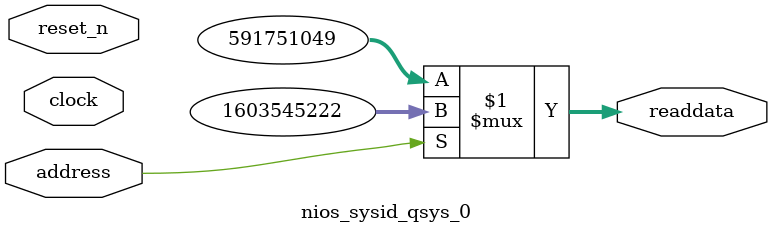
<source format=v>

`timescale 1ns / 1ps
// synthesis translate_on

// turn off superfluous verilog processor warnings 
// altera message_level Level1 
// altera message_off 10034 10035 10036 10037 10230 10240 10030 

module nios_sysid_qsys_0 (
               // inputs:
                address,
                clock,
                reset_n,

               // outputs:
                readdata
             )
;

  output  [ 31: 0] readdata;
  input            address;
  input            clock;
  input            reset_n;

  wire    [ 31: 0] readdata;
  //control_slave, which is an e_avalon_slave
  assign readdata = address ? 1603545222 : 591751049;

endmodule




</source>
